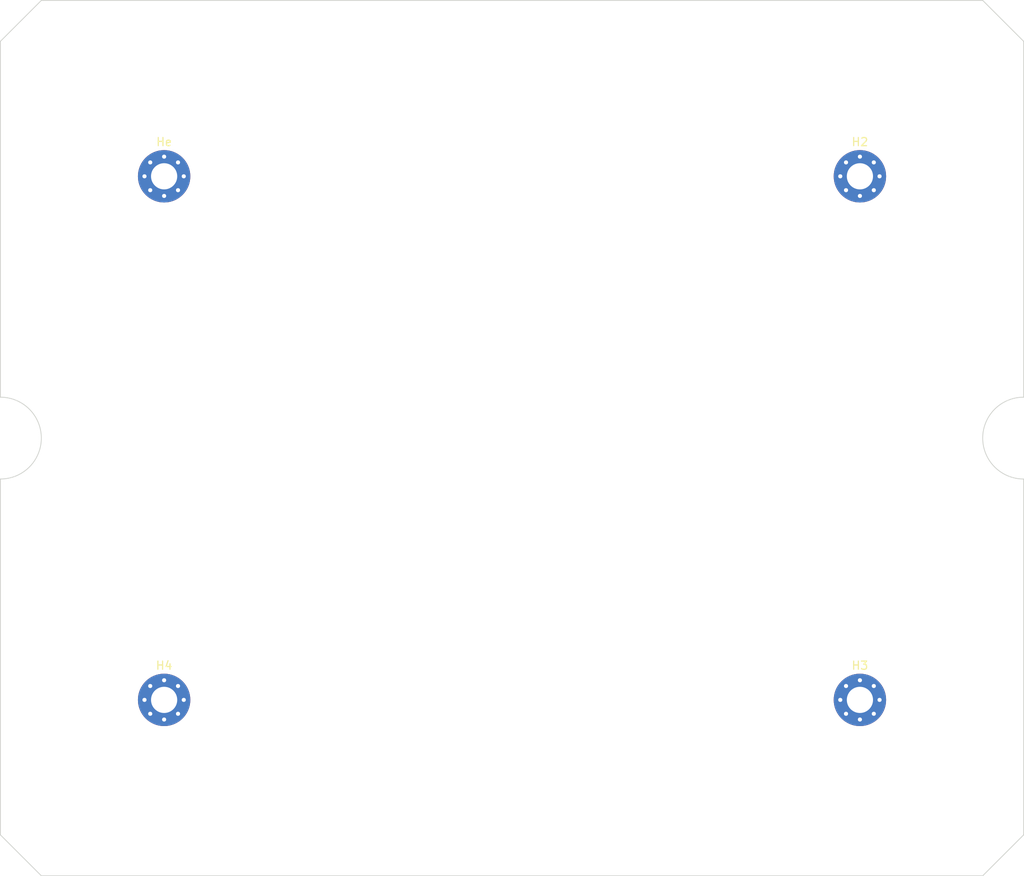
<source format=kicad_pcb>
(kicad_pcb (version 20221018) (generator pcbnew)
  (layers (0 "F.Cu" signal) (31 "B.Cu" signal) (34 "B.Paste" user) (35 "F.Paste" user) (36 "B.SilkS" user "B.Silkscreen") (37 "F.SilkS" user "F.Silkscreen") (38 "B.Mask" user) (39 "F.Mask" user) (44 "Edge.Cuts" user))
  (net 0 "")
  (net 1 "GND")
  (footprint "MountingHole:MountingHole_3.2mm_M3_Pad_Via" (layer "F.Cu") (at 120 71.5)
    (fp_text reference "He" (at 0 -4.2) (layer "F.SilkS"))
    (fp_text value "MountingHole_Pad")
    (pad "1" thru_hole circle locked (at -2.4 0) (size 0.8 0.8) (drill 0.5) (layers "*.Cu" "*.Mask") (net 1 "GND"))
    (pad "1" thru_hole circle locked (at -1.697056 -1.697056) (size 0.8 0.8) (drill 0.5) (layers "*.Cu" "*.Mask") (net 1 "GND"))
    (pad "1" thru_hole circle locked (at -1.697056 1.697056) (size 0.8 0.8) (drill 0.5) (layers "*.Cu" "*.Mask") (net 1 "GND"))
    (pad "1" thru_hole circle locked (at 0 -2.4) (size 0.8 0.8) (drill 0.5) (layers "*.Cu" "*.Mask") (net 1 "GND"))
    (pad "1" thru_hole circle locked (at 0 0) (size 6.4 6.4) (drill 3.2) (layers "*.Cu" "*.Mask") (net 1 "GND"))
    (pad "1" thru_hole circle locked (at 0 2.4) (size 0.8 0.8) (drill 0.5) (layers "*.Cu" "*.Mask") (net 1 "GND"))
    (pad "1" thru_hole circle locked (at 1.697056 -1.697056) (size 0.8 0.8) (drill 0.5) (layers "*.Cu" "*.Mask") (net 1 "GND"))
    (pad "1" thru_hole circle locked (at 1.697056 1.697056) (size 0.8 0.8) (drill 0.5) (layers "*.Cu" "*.Mask") (net 1 "GND"))
    (pad "1" thru_hole circle locked (at 2.4 0) (size 0.8 0.8) (drill 0.5) (layers "*.Cu" "*.Mask") (net 1 "GND"))
  )
  (footprint "MountingHole:MountingHole_3.2mm_M3_Pad_Via" (layer "F.Cu") (at 120 135.5)
    (fp_text reference "H4" (at 0 -4.2) (layer "F.SilkS"))
    (fp_text value "MountingHole_Pad")
    (pad "1" thru_hole circle locked (at -2.4 0) (size 0.8 0.8) (drill 0.5) (layers "*.Cu" "*.Mask") (net 1 "GND"))
    (pad "1" thru_hole circle locked (at -1.697056 -1.697056) (size 0.8 0.8) (drill 0.5) (layers "*.Cu" "*.Mask") (net 1 "GND"))
    (pad "1" thru_hole circle locked (at -1.697056 1.697056) (size 0.8 0.8) (drill 0.5) (layers "*.Cu" "*.Mask") (net 1 "GND"))
    (pad "1" thru_hole circle locked (at 0 -2.4) (size 0.8 0.8) (drill 0.5) (layers "*.Cu" "*.Mask") (net 1 "GND"))
    (pad "1" thru_hole circle locked (at 0 0) (size 6.4 6.4) (drill 3.2) (layers "*.Cu" "*.Mask") (net 1 "GND"))
    (pad "1" thru_hole circle locked (at 0 2.4) (size 0.8 0.8) (drill 0.5) (layers "*.Cu" "*.Mask") (net 1 "GND"))
    (pad "1" thru_hole circle locked (at 1.697056 -1.697056) (size 0.8 0.8) (drill 0.5) (layers "*.Cu" "*.Mask") (net 1 "GND"))
    (pad "1" thru_hole circle locked (at 1.697056 1.697056) (size 0.8 0.8) (drill 0.5) (layers "*.Cu" "*.Mask") (net 1 "GND"))
    (pad "1" thru_hole circle locked (at 2.4 0) (size 0.8 0.8) (drill 0.5) (layers "*.Cu" "*.Mask") (net 1 "GND"))
  )
  (footprint "MountingHole:MountingHole_3.2mm_M3_Pad_Via" (layer "F.Cu") (at 205 71.5)
    (fp_text reference "H2" (at 0 -4.2) (layer "F.SilkS"))
    (fp_text value "MountingHole_Pad")
    (pad "1" thru_hole circle locked (at -2.4 0) (size 0.8 0.8) (drill 0.5) (layers "*.Cu" "*.Mask") (net 1 "GND"))
    (pad "1" thru_hole circle locked (at -1.697056 -1.697056) (size 0.8 0.8) (drill 0.5) (layers "*.Cu" "*.Mask") (net 1 "GND"))
    (pad "1" thru_hole circle locked (at -1.697056 1.697056) (size 0.8 0.8) (drill 0.5) (layers "*.Cu" "*.Mask") (net 1 "GND"))
    (pad "1" thru_hole circle locked (at 0 -2.4) (size 0.8 0.8) (drill 0.5) (layers "*.Cu" "*.Mask") (net 1 "GND"))
    (pad "1" thru_hole circle locked (at 0 0) (size 6.4 6.4) (drill 3.2) (layers "*.Cu" "*.Mask") (net 1 "GND"))
    (pad "1" thru_hole circle locked (at 0 2.4) (size 0.8 0.8) (drill 0.5) (layers "*.Cu" "*.Mask") (net 1 "GND"))
    (pad "1" thru_hole circle locked (at 1.697056 -1.697056) (size 0.8 0.8) (drill 0.5) (layers "*.Cu" "*.Mask") (net 1 "GND"))
    (pad "1" thru_hole circle locked (at 1.697056 1.697056) (size 0.8 0.8) (drill 0.5) (layers "*.Cu" "*.Mask") (net 1 "GND"))
    (pad "1" thru_hole circle locked (at 2.4 0) (size 0.8 0.8) (drill 0.5) (layers "*.Cu" "*.Mask") (net 1 "GND"))
  )
  (footprint "MountingHole:MountingHole_3.2mm_M3_Pad_Via" (layer "F.Cu") (at 205 135.5)
    (fp_text reference "H3" (at 0 -4.2) (layer "F.SilkS"))
    (fp_text value "MountingHole_Pad")
    (pad "1" thru_hole circle locked (at -2.4 0) (size 0.8 0.8) (drill 0.5) (layers "*.Cu" "*.Mask") (net 1 "GND"))
    (pad "1" thru_hole circle locked (at -1.697056 -1.697056) (size 0.8 0.8) (drill 0.5) (layers "*.Cu" "*.Mask") (net 1 "GND"))
    (pad "1" thru_hole circle locked (at -1.697056 1.697056) (size 0.8 0.8) (drill 0.5) (layers "*.Cu" "*.Mask") (net 1 "GND"))
    (pad "1" thru_hole circle locked (at 0 -2.4) (size 0.8 0.8) (drill 0.5) (layers "*.Cu" "*.Mask") (net 1 "GND"))
    (pad "1" thru_hole circle locked (at 0 0) (size 6.4 6.4) (drill 3.2) (layers "*.Cu" "*.Mask") (net 1 "GND"))
    (pad "1" thru_hole circle locked (at 0 2.4) (size 0.8 0.8) (drill 0.5) (layers "*.Cu" "*.Mask") (net 1 "GND"))
    (pad "1" thru_hole circle locked (at 1.697056 -1.697056) (size 0.8 0.8) (drill 0.5) (layers "*.Cu" "*.Mask") (net 1 "GND"))
    (pad "1" thru_hole circle locked (at 1.697056 1.697056) (size 0.8 0.8) (drill 0.5) (layers "*.Cu" "*.Mask") (net 1 "GND"))
    (pad "1" thru_hole circle locked (at 2.4 0) (size 0.8 0.8) (drill 0.5) (layers "*.Cu" "*.Mask") (net 1 "GND"))
  )
  (gr_line locked (start 225 98.5) (end 225 55) (stroke (width 0.1)) (layer "Edge.Cuts"))
  (gr_line locked (start 225 108.5) (end 225 152) (stroke (width 0.1)) (layer "Edge.Cuts"))
  (gr_line locked (start 100 152) (end 105 157) (stroke (width 0.1)) (layer "Edge.Cuts"))
  (gr_line locked (start 225 152) (end 220 157) (stroke (width 0.1)) (layer "Edge.Cuts"))
  (gr_line locked (start 100 108.5) (end 100 152) (stroke (width 0.1)) (layer "Edge.Cuts"))
  (gr_arc locked (start 225 108.5) (mid 220 103.5) (end 225 98.5) (stroke (width 0.1)) (layer "Edge.Cuts"))
  (gr_line locked (start 105 157) (end 220 157) (stroke (width 0.1)) (layer "Edge.Cuts"))
  (gr_line locked (start 105 50) (end 220 50) (stroke (width 0.1)) (layer "Edge.Cuts"))
  (gr_line locked (start 220 50) (end 225 55) (stroke (width 0.1)) (layer "Edge.Cuts"))
  (gr_line locked (start 100 98.5) (end 100 55) (stroke (width 0.1)) (layer "Edge.Cuts"))
  (gr_line locked (start 105 50) (end 100 55) (stroke (width 0.1)) (layer "Edge.Cuts"))
  (gr_arc locked (start 100 98.5) (mid 105 103.5) (end 100 108.5) (stroke (width 0.1)) (layer "Edge.Cuts"))
)
</source>
